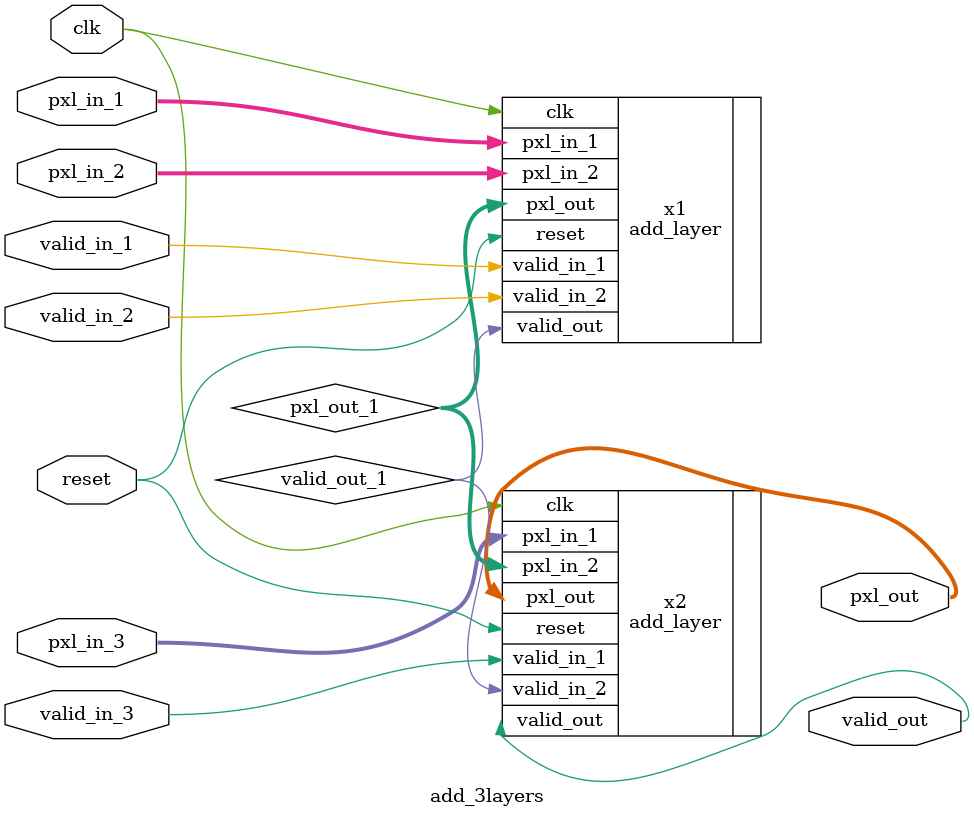
<source format=v>
 module add_3layers
#(
  parameter D = 220,
  parameter DATA_WIDTH = 32)
(
    	input clk,
     	input reset,
     	input valid_in_1,  valid_in_2,  valid_in_3,
     	input [DATA_WIDTH-1:0] pxl_in_1,  pxl_in_2,  pxl_in_3,
     	 	     	
    	output [DATA_WIDTH-1:0] pxl_out,
	   output valid_out
	 );
	 
	   wire [DATA_WIDTH-1:0] pxl_out_1;
	   wire valid_out_1;
	     
	  add_layer #(D,DATA_WIDTH) x1( .clk(clk),
                  .reset(reset),
                  .valid_in_1(valid_in_1),               
                  .valid_in_2(valid_in_2),
                  
                  .pxl_in_1(pxl_in_1),
                  .pxl_in_2(pxl_in_2),
                  
                  .pxl_out(pxl_out_1),
                  .valid_out(valid_out_1)
                  );
      add_layer #(D,DATA_WIDTH) x2( .clk(clk),
                  .reset(reset),
                  .valid_in_1(valid_in_3),               
                  .valid_in_2(valid_out_1),
                  
                  .pxl_in_1(pxl_in_3),
                  .pxl_in_2(pxl_out_1),
                  
                  .pxl_out(pxl_out),
                  .valid_out(valid_out)
                  );

endmodule


</source>
